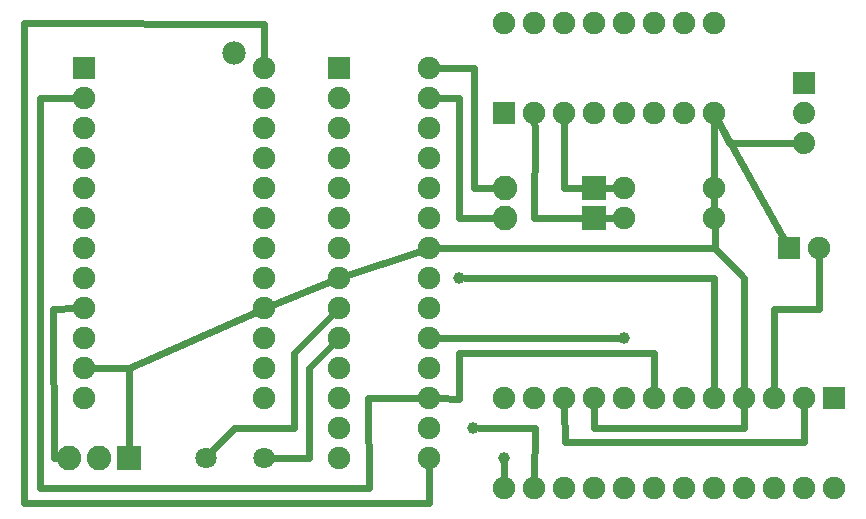
<source format=gtl>
G04 MADE WITH FRITZING*
G04 WWW.FRITZING.ORG*
G04 DOUBLE SIDED*
G04 HOLES PLATED*
G04 CONTOUR ON CENTER OF CONTOUR VECTOR*
%ASAXBY*%
%FSLAX23Y23*%
%MOIN*%
%OFA0B0*%
%SFA1.0B1.0*%
%ADD10C,0.082000*%
%ADD11C,0.075000*%
%ADD12C,0.074000*%
%ADD13C,0.039370*%
%ADD14C,0.070925*%
%ADD15C,0.070866*%
%ADD16C,0.078000*%
%ADD17R,0.082000X0.082000*%
%ADD18R,0.075000X0.075000*%
%ADD19C,0.024000*%
%ADD20R,0.001000X0.001000*%
%LNCOPPER1*%
G90*
G70*
G54D10*
X1933Y1068D03*
X1635Y1068D03*
X1933Y968D03*
X1635Y968D03*
G54D11*
X2033Y1068D03*
X2333Y1068D03*
X2033Y968D03*
X2333Y968D03*
G54D12*
X2633Y1418D03*
X2633Y1318D03*
X2633Y1218D03*
X2633Y1418D03*
X2633Y1318D03*
X2633Y1218D03*
G54D11*
X2583Y868D03*
X2683Y868D03*
G54D13*
X1531Y269D03*
X1633Y167D03*
X2033Y568D03*
X1483Y768D03*
G54D11*
X2733Y368D03*
X2733Y68D03*
X2633Y368D03*
X2633Y68D03*
X2533Y368D03*
X2533Y68D03*
X2433Y368D03*
X2433Y68D03*
X2333Y368D03*
X2333Y68D03*
X2233Y368D03*
X2233Y68D03*
X2133Y368D03*
X2133Y68D03*
X2033Y368D03*
X2033Y68D03*
X1933Y368D03*
X1933Y68D03*
X1833Y368D03*
X1833Y68D03*
X1733Y368D03*
X1733Y68D03*
X1633Y368D03*
X1633Y68D03*
X1083Y1468D03*
X1383Y1468D03*
X1083Y1368D03*
X1383Y1368D03*
X1083Y1268D03*
X1383Y1268D03*
X1083Y1168D03*
X1383Y1168D03*
X1083Y1068D03*
X1383Y1068D03*
X1083Y968D03*
X1383Y968D03*
X1083Y868D03*
X1383Y868D03*
X1083Y768D03*
X1383Y768D03*
X1083Y668D03*
X1383Y668D03*
X1083Y568D03*
X1383Y568D03*
X1083Y468D03*
X1383Y468D03*
X1083Y368D03*
X1383Y368D03*
X1083Y268D03*
X1383Y268D03*
X1083Y168D03*
X1383Y168D03*
X233Y1468D03*
X833Y1468D03*
X233Y1368D03*
X833Y1368D03*
X233Y1268D03*
X833Y1268D03*
X233Y1168D03*
X833Y1168D03*
X233Y1068D03*
X833Y1068D03*
X233Y968D03*
X833Y968D03*
X233Y868D03*
X833Y868D03*
X233Y768D03*
X833Y768D03*
X233Y668D03*
X833Y668D03*
X233Y568D03*
X833Y568D03*
X233Y468D03*
X833Y468D03*
X233Y368D03*
X833Y368D03*
G54D10*
X383Y168D03*
X283Y168D03*
X183Y168D03*
G54D14*
X640Y168D03*
G54D15*
X833Y168D03*
G54D11*
X1633Y1318D03*
X1633Y1618D03*
X1733Y1318D03*
X1733Y1618D03*
X1833Y1318D03*
X1833Y1618D03*
X1933Y1318D03*
X1933Y1618D03*
X2033Y1318D03*
X2033Y1618D03*
X2133Y1318D03*
X2133Y1618D03*
X2233Y1318D03*
X2233Y1618D03*
X2333Y1318D03*
X2333Y1618D03*
G54D16*
X733Y1518D03*
G54D17*
X1934Y1068D03*
X1934Y968D03*
G54D18*
X2583Y868D03*
X2733Y368D03*
X1083Y1468D03*
X233Y1468D03*
G54D17*
X383Y168D03*
G54D18*
X1633Y1318D03*
G54D19*
X2005Y968D02*
X1965Y968D01*
D02*
X2005Y1068D02*
X1965Y1068D01*
D02*
X1533Y1069D02*
X1603Y1068D01*
D02*
X1483Y969D02*
X1603Y968D01*
D02*
X1483Y1368D02*
X1483Y969D01*
D02*
X1533Y1468D02*
X1533Y1069D01*
D02*
X1412Y1368D02*
X1483Y1368D01*
D02*
X1412Y1468D02*
X1533Y1468D01*
D02*
X2333Y1017D02*
X2333Y1039D01*
D02*
X2333Y1017D02*
X2333Y996D01*
D02*
X2533Y666D02*
X2533Y396D01*
D02*
X2682Y666D02*
X2533Y666D01*
D02*
X2683Y839D02*
X2682Y666D01*
D02*
X2347Y1293D02*
X2569Y893D01*
D02*
X2432Y268D02*
X2433Y339D01*
D02*
X2632Y220D02*
X1835Y220D01*
D02*
X1835Y220D02*
X1834Y339D01*
D02*
X2633Y339D02*
X2632Y220D01*
D02*
X1933Y268D02*
X2432Y268D01*
D02*
X1933Y339D02*
X1933Y268D01*
D02*
X2384Y1218D02*
X2602Y1218D01*
D02*
X2346Y1292D02*
X2384Y1218D01*
D02*
X2432Y767D02*
X2433Y396D01*
D02*
X2335Y869D02*
X2432Y767D01*
D02*
X2332Y769D02*
X2333Y396D01*
D02*
X1502Y768D02*
X2332Y769D01*
D02*
X1735Y269D02*
X1733Y96D01*
D02*
X1550Y269D02*
X1735Y269D01*
D02*
X1633Y148D02*
X1633Y96D01*
D02*
X1484Y366D02*
X1412Y367D01*
D02*
X1484Y519D02*
X1484Y366D01*
D02*
X2133Y519D02*
X1484Y519D01*
D02*
X2133Y396D02*
X2133Y519D01*
D02*
X1412Y568D02*
X2014Y568D01*
D02*
X1733Y969D02*
X1735Y1267D01*
D02*
X1735Y1267D02*
X1734Y1289D01*
D02*
X1901Y968D02*
X1733Y969D01*
D02*
X1901Y1068D02*
X1832Y1069D01*
D02*
X1832Y1069D02*
X1833Y1317D01*
D02*
X1833Y1317D02*
X1839Y1290D01*
D02*
X205Y667D02*
X131Y666D01*
D02*
X383Y200D02*
X382Y468D01*
D02*
X860Y678D02*
X1057Y757D01*
D02*
X1382Y18D02*
X34Y18D01*
D02*
X1383Y139D02*
X1382Y18D01*
D02*
X34Y1617D02*
X833Y1616D01*
D02*
X34Y18D02*
X34Y1617D01*
D02*
X833Y1616D02*
X833Y1496D01*
D02*
X1181Y368D02*
X1183Y69D01*
D02*
X85Y69D02*
X85Y1367D01*
D02*
X1355Y368D02*
X1181Y368D01*
D02*
X85Y1367D02*
X205Y1367D01*
D02*
X1356Y859D02*
X1110Y777D01*
D02*
X262Y468D02*
X382Y468D01*
D02*
X933Y517D02*
X1063Y647D01*
D02*
X932Y268D02*
X933Y517D01*
D02*
X733Y268D02*
X932Y268D01*
D02*
X658Y187D02*
X733Y268D01*
D02*
X984Y167D02*
X982Y467D01*
D02*
X860Y168D02*
X984Y167D01*
D02*
X982Y467D02*
X1063Y548D01*
D02*
X1183Y69D02*
X85Y69D01*
D02*
X132Y167D02*
X151Y167D01*
D02*
X131Y666D02*
X132Y167D01*
D02*
X382Y468D02*
X262Y468D01*
D02*
X382Y468D02*
X807Y656D01*
D02*
X2333Y1017D02*
X2333Y1289D01*
D02*
X2335Y869D02*
X2333Y1017D01*
D02*
X1412Y868D02*
X2335Y869D01*
G54D20*
X2596Y1455D02*
X2669Y1455D01*
X2596Y1454D02*
X2669Y1454D01*
X2596Y1453D02*
X2669Y1453D01*
X2596Y1452D02*
X2669Y1452D01*
X2596Y1451D02*
X2669Y1451D01*
X2596Y1450D02*
X2669Y1450D01*
X2596Y1449D02*
X2669Y1449D01*
X2596Y1448D02*
X2669Y1448D01*
X2596Y1447D02*
X2669Y1447D01*
X2596Y1446D02*
X2669Y1446D01*
X2596Y1445D02*
X2669Y1445D01*
X2596Y1444D02*
X2669Y1444D01*
X2596Y1443D02*
X2669Y1443D01*
X2596Y1442D02*
X2669Y1442D01*
X2596Y1441D02*
X2669Y1441D01*
X2596Y1440D02*
X2669Y1440D01*
X2596Y1439D02*
X2669Y1439D01*
X2596Y1438D02*
X2628Y1438D01*
X2637Y1438D02*
X2669Y1438D01*
X2596Y1437D02*
X2625Y1437D01*
X2640Y1437D02*
X2669Y1437D01*
X2596Y1436D02*
X2622Y1436D01*
X2642Y1436D02*
X2669Y1436D01*
X2596Y1435D02*
X2621Y1435D01*
X2644Y1435D02*
X2669Y1435D01*
X2596Y1434D02*
X2619Y1434D01*
X2645Y1434D02*
X2669Y1434D01*
X2596Y1433D02*
X2618Y1433D01*
X2647Y1433D02*
X2669Y1433D01*
X2596Y1432D02*
X2617Y1432D01*
X2648Y1432D02*
X2669Y1432D01*
X2596Y1431D02*
X2616Y1431D01*
X2648Y1431D02*
X2669Y1431D01*
X2596Y1430D02*
X2616Y1430D01*
X2649Y1430D02*
X2669Y1430D01*
X2596Y1429D02*
X2615Y1429D01*
X2650Y1429D02*
X2669Y1429D01*
X2596Y1428D02*
X2614Y1428D01*
X2650Y1428D02*
X2669Y1428D01*
X2596Y1427D02*
X2614Y1427D01*
X2651Y1427D02*
X2669Y1427D01*
X2596Y1426D02*
X2613Y1426D01*
X2651Y1426D02*
X2669Y1426D01*
X2596Y1425D02*
X2613Y1425D01*
X2652Y1425D02*
X2669Y1425D01*
X2596Y1424D02*
X2613Y1424D01*
X2652Y1424D02*
X2669Y1424D01*
X2596Y1423D02*
X2612Y1423D01*
X2652Y1423D02*
X2669Y1423D01*
X2596Y1422D02*
X2612Y1422D01*
X2653Y1422D02*
X2669Y1422D01*
X2596Y1421D02*
X2612Y1421D01*
X2653Y1421D02*
X2669Y1421D01*
X2596Y1420D02*
X2612Y1420D01*
X2653Y1420D02*
X2669Y1420D01*
X2596Y1419D02*
X2612Y1419D01*
X2653Y1419D02*
X2669Y1419D01*
X2596Y1418D02*
X2612Y1418D01*
X2653Y1418D02*
X2669Y1418D01*
X2596Y1417D02*
X2612Y1417D01*
X2653Y1417D02*
X2669Y1417D01*
X2596Y1416D02*
X2612Y1416D01*
X2653Y1416D02*
X2669Y1416D01*
X2596Y1415D02*
X2612Y1415D01*
X2653Y1415D02*
X2669Y1415D01*
X2596Y1414D02*
X2612Y1414D01*
X2652Y1414D02*
X2669Y1414D01*
X2596Y1413D02*
X2613Y1413D01*
X2652Y1413D02*
X2669Y1413D01*
X2596Y1412D02*
X2613Y1412D01*
X2652Y1412D02*
X2669Y1412D01*
X2596Y1411D02*
X2613Y1411D01*
X2651Y1411D02*
X2669Y1411D01*
X2596Y1410D02*
X2614Y1410D01*
X2651Y1410D02*
X2669Y1410D01*
X2596Y1409D02*
X2614Y1409D01*
X2651Y1409D02*
X2669Y1409D01*
X2596Y1408D02*
X2615Y1408D01*
X2650Y1408D02*
X2669Y1408D01*
X2596Y1407D02*
X2616Y1407D01*
X2649Y1407D02*
X2669Y1407D01*
X2596Y1406D02*
X2616Y1406D01*
X2649Y1406D02*
X2669Y1406D01*
X2596Y1405D02*
X2617Y1405D01*
X2648Y1405D02*
X2669Y1405D01*
X2596Y1404D02*
X2618Y1404D01*
X2647Y1404D02*
X2669Y1404D01*
X2596Y1403D02*
X2619Y1403D01*
X2646Y1403D02*
X2669Y1403D01*
X2596Y1402D02*
X2621Y1402D01*
X2644Y1402D02*
X2669Y1402D01*
X2596Y1401D02*
X2622Y1401D01*
X2643Y1401D02*
X2669Y1401D01*
X2596Y1400D02*
X2624Y1400D01*
X2641Y1400D02*
X2669Y1400D01*
X2596Y1399D02*
X2627Y1399D01*
X2638Y1399D02*
X2669Y1399D01*
X2596Y1398D02*
X2669Y1398D01*
X2596Y1397D02*
X2669Y1397D01*
X2596Y1396D02*
X2669Y1396D01*
X2596Y1395D02*
X2669Y1395D01*
X2596Y1394D02*
X2669Y1394D01*
X2596Y1393D02*
X2669Y1393D01*
X2596Y1392D02*
X2669Y1392D01*
X2596Y1391D02*
X2669Y1391D01*
X2596Y1390D02*
X2669Y1390D01*
X2596Y1389D02*
X2669Y1389D01*
X2596Y1388D02*
X2669Y1388D01*
X2596Y1387D02*
X2669Y1387D01*
X2596Y1386D02*
X2669Y1386D01*
X2596Y1385D02*
X2669Y1385D01*
X2596Y1384D02*
X2669Y1384D01*
X2596Y1383D02*
X2669Y1383D01*
X2596Y1382D02*
X2669Y1382D01*
D02*
G04 End of Copper1*
M02*
</source>
